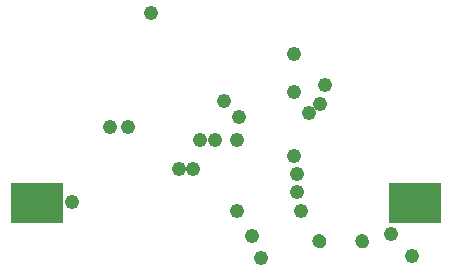
<source format=gbs>
G75*
%MOIN*%
%OFA0B0*%
%FSLAX25Y25*%
%IPPOS*%
%LPD*%
%AMOC8*
5,1,8,0,0,1.08239X$1,22.5*
%
%ADD10R,0.17800X0.13600*%
%ADD11C,0.00000*%
%ADD12C,0.04737*%
%ADD13C,0.04800*%
D10*
X0025081Y0079831D03*
X0151066Y0079831D03*
D11*
X0131223Y0066918D02*
X0131225Y0067006D01*
X0131231Y0067094D01*
X0131241Y0067182D01*
X0131255Y0067270D01*
X0131272Y0067356D01*
X0131294Y0067442D01*
X0131319Y0067526D01*
X0131349Y0067610D01*
X0131381Y0067692D01*
X0131418Y0067772D01*
X0131458Y0067851D01*
X0131502Y0067928D01*
X0131549Y0068003D01*
X0131599Y0068075D01*
X0131653Y0068146D01*
X0131709Y0068213D01*
X0131769Y0068279D01*
X0131831Y0068341D01*
X0131897Y0068401D01*
X0131964Y0068457D01*
X0132035Y0068511D01*
X0132107Y0068561D01*
X0132182Y0068608D01*
X0132259Y0068652D01*
X0132338Y0068692D01*
X0132418Y0068729D01*
X0132500Y0068761D01*
X0132584Y0068791D01*
X0132668Y0068816D01*
X0132754Y0068838D01*
X0132840Y0068855D01*
X0132928Y0068869D01*
X0133016Y0068879D01*
X0133104Y0068885D01*
X0133192Y0068887D01*
X0133280Y0068885D01*
X0133368Y0068879D01*
X0133456Y0068869D01*
X0133544Y0068855D01*
X0133630Y0068838D01*
X0133716Y0068816D01*
X0133800Y0068791D01*
X0133884Y0068761D01*
X0133966Y0068729D01*
X0134046Y0068692D01*
X0134125Y0068652D01*
X0134202Y0068608D01*
X0134277Y0068561D01*
X0134349Y0068511D01*
X0134420Y0068457D01*
X0134487Y0068401D01*
X0134553Y0068341D01*
X0134615Y0068279D01*
X0134675Y0068213D01*
X0134731Y0068146D01*
X0134785Y0068075D01*
X0134835Y0068003D01*
X0134882Y0067928D01*
X0134926Y0067851D01*
X0134966Y0067772D01*
X0135003Y0067692D01*
X0135035Y0067610D01*
X0135065Y0067526D01*
X0135090Y0067442D01*
X0135112Y0067356D01*
X0135129Y0067270D01*
X0135143Y0067182D01*
X0135153Y0067094D01*
X0135159Y0067006D01*
X0135161Y0066918D01*
X0135159Y0066830D01*
X0135153Y0066742D01*
X0135143Y0066654D01*
X0135129Y0066566D01*
X0135112Y0066480D01*
X0135090Y0066394D01*
X0135065Y0066310D01*
X0135035Y0066226D01*
X0135003Y0066144D01*
X0134966Y0066064D01*
X0134926Y0065985D01*
X0134882Y0065908D01*
X0134835Y0065833D01*
X0134785Y0065761D01*
X0134731Y0065690D01*
X0134675Y0065623D01*
X0134615Y0065557D01*
X0134553Y0065495D01*
X0134487Y0065435D01*
X0134420Y0065379D01*
X0134349Y0065325D01*
X0134277Y0065275D01*
X0134202Y0065228D01*
X0134125Y0065184D01*
X0134046Y0065144D01*
X0133966Y0065107D01*
X0133884Y0065075D01*
X0133800Y0065045D01*
X0133716Y0065020D01*
X0133630Y0064998D01*
X0133544Y0064981D01*
X0133456Y0064967D01*
X0133368Y0064957D01*
X0133280Y0064951D01*
X0133192Y0064949D01*
X0133104Y0064951D01*
X0133016Y0064957D01*
X0132928Y0064967D01*
X0132840Y0064981D01*
X0132754Y0064998D01*
X0132668Y0065020D01*
X0132584Y0065045D01*
X0132500Y0065075D01*
X0132418Y0065107D01*
X0132338Y0065144D01*
X0132259Y0065184D01*
X0132182Y0065228D01*
X0132107Y0065275D01*
X0132035Y0065325D01*
X0131964Y0065379D01*
X0131897Y0065435D01*
X0131831Y0065495D01*
X0131769Y0065557D01*
X0131709Y0065623D01*
X0131653Y0065690D01*
X0131599Y0065761D01*
X0131549Y0065833D01*
X0131502Y0065908D01*
X0131458Y0065985D01*
X0131418Y0066064D01*
X0131381Y0066144D01*
X0131349Y0066226D01*
X0131319Y0066310D01*
X0131294Y0066394D01*
X0131272Y0066480D01*
X0131255Y0066566D01*
X0131241Y0066654D01*
X0131231Y0066742D01*
X0131225Y0066830D01*
X0131223Y0066918D01*
X0117049Y0066918D02*
X0117051Y0067006D01*
X0117057Y0067094D01*
X0117067Y0067182D01*
X0117081Y0067270D01*
X0117098Y0067356D01*
X0117120Y0067442D01*
X0117145Y0067526D01*
X0117175Y0067610D01*
X0117207Y0067692D01*
X0117244Y0067772D01*
X0117284Y0067851D01*
X0117328Y0067928D01*
X0117375Y0068003D01*
X0117425Y0068075D01*
X0117479Y0068146D01*
X0117535Y0068213D01*
X0117595Y0068279D01*
X0117657Y0068341D01*
X0117723Y0068401D01*
X0117790Y0068457D01*
X0117861Y0068511D01*
X0117933Y0068561D01*
X0118008Y0068608D01*
X0118085Y0068652D01*
X0118164Y0068692D01*
X0118244Y0068729D01*
X0118326Y0068761D01*
X0118410Y0068791D01*
X0118494Y0068816D01*
X0118580Y0068838D01*
X0118666Y0068855D01*
X0118754Y0068869D01*
X0118842Y0068879D01*
X0118930Y0068885D01*
X0119018Y0068887D01*
X0119106Y0068885D01*
X0119194Y0068879D01*
X0119282Y0068869D01*
X0119370Y0068855D01*
X0119456Y0068838D01*
X0119542Y0068816D01*
X0119626Y0068791D01*
X0119710Y0068761D01*
X0119792Y0068729D01*
X0119872Y0068692D01*
X0119951Y0068652D01*
X0120028Y0068608D01*
X0120103Y0068561D01*
X0120175Y0068511D01*
X0120246Y0068457D01*
X0120313Y0068401D01*
X0120379Y0068341D01*
X0120441Y0068279D01*
X0120501Y0068213D01*
X0120557Y0068146D01*
X0120611Y0068075D01*
X0120661Y0068003D01*
X0120708Y0067928D01*
X0120752Y0067851D01*
X0120792Y0067772D01*
X0120829Y0067692D01*
X0120861Y0067610D01*
X0120891Y0067526D01*
X0120916Y0067442D01*
X0120938Y0067356D01*
X0120955Y0067270D01*
X0120969Y0067182D01*
X0120979Y0067094D01*
X0120985Y0067006D01*
X0120987Y0066918D01*
X0120985Y0066830D01*
X0120979Y0066742D01*
X0120969Y0066654D01*
X0120955Y0066566D01*
X0120938Y0066480D01*
X0120916Y0066394D01*
X0120891Y0066310D01*
X0120861Y0066226D01*
X0120829Y0066144D01*
X0120792Y0066064D01*
X0120752Y0065985D01*
X0120708Y0065908D01*
X0120661Y0065833D01*
X0120611Y0065761D01*
X0120557Y0065690D01*
X0120501Y0065623D01*
X0120441Y0065557D01*
X0120379Y0065495D01*
X0120313Y0065435D01*
X0120246Y0065379D01*
X0120175Y0065325D01*
X0120103Y0065275D01*
X0120028Y0065228D01*
X0119951Y0065184D01*
X0119872Y0065144D01*
X0119792Y0065107D01*
X0119710Y0065075D01*
X0119626Y0065045D01*
X0119542Y0065020D01*
X0119456Y0064998D01*
X0119370Y0064981D01*
X0119282Y0064967D01*
X0119194Y0064957D01*
X0119106Y0064951D01*
X0119018Y0064949D01*
X0118930Y0064951D01*
X0118842Y0064957D01*
X0118754Y0064967D01*
X0118666Y0064981D01*
X0118580Y0064998D01*
X0118494Y0065020D01*
X0118410Y0065045D01*
X0118326Y0065075D01*
X0118244Y0065107D01*
X0118164Y0065144D01*
X0118085Y0065184D01*
X0118008Y0065228D01*
X0117933Y0065275D01*
X0117861Y0065325D01*
X0117790Y0065379D01*
X0117723Y0065435D01*
X0117657Y0065495D01*
X0117595Y0065557D01*
X0117535Y0065623D01*
X0117479Y0065690D01*
X0117425Y0065761D01*
X0117375Y0065833D01*
X0117328Y0065908D01*
X0117284Y0065985D01*
X0117244Y0066064D01*
X0117207Y0066144D01*
X0117175Y0066226D01*
X0117145Y0066310D01*
X0117120Y0066394D01*
X0117098Y0066480D01*
X0117081Y0066566D01*
X0117067Y0066654D01*
X0117057Y0066742D01*
X0117051Y0066830D01*
X0117049Y0066918D01*
D12*
X0119018Y0066918D03*
X0133192Y0066918D03*
D13*
X0142798Y0069517D03*
X0149885Y0062036D03*
X0112877Y0076997D03*
X0111696Y0083296D03*
X0111696Y0089202D03*
X0110514Y0095501D03*
X0115633Y0109674D03*
X0119176Y0112824D03*
X0120751Y0119123D03*
X0110514Y0116761D03*
X0110514Y0129359D03*
X0092404Y0108493D03*
X0087286Y0113611D03*
X0084136Y0100619D03*
X0079412Y0100619D03*
X0077050Y0091170D03*
X0072325Y0091170D03*
X0055396Y0104950D03*
X0049097Y0104950D03*
X0036499Y0080146D03*
X0091617Y0076997D03*
X0096735Y0068729D03*
X0099491Y0061249D03*
X0091617Y0100619D03*
X0062877Y0142942D03*
M02*

</source>
